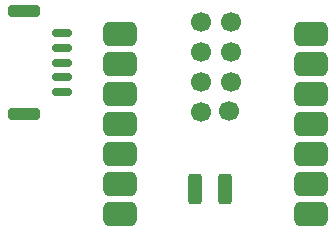
<source format=gbr>
%TF.GenerationSoftware,KiCad,Pcbnew,9.0.5*%
%TF.CreationDate,2025-11-15T15:45:14-05:00*%
%TF.ProjectId,CBU-Replacement-Daughterboard,4342552d-5265-4706-9c61-63656d656e74,rev?*%
%TF.SameCoordinates,Original*%
%TF.FileFunction,Soldermask,Top*%
%TF.FilePolarity,Negative*%
%FSLAX46Y46*%
G04 Gerber Fmt 4.6, Leading zero omitted, Abs format (unit mm)*
G04 Created by KiCad (PCBNEW 9.0.5) date 2025-11-15 15:45:14*
%MOMM*%
%LPD*%
G01*
G04 APERTURE LIST*
G04 Aperture macros list*
%AMRoundRect*
0 Rectangle with rounded corners*
0 $1 Rounding radius*
0 $2 $3 $4 $5 $6 $7 $8 $9 X,Y pos of 4 corners*
0 Add a 4 corners polygon primitive as box body*
4,1,4,$2,$3,$4,$5,$6,$7,$8,$9,$2,$3,0*
0 Add four circle primitives for the rounded corners*
1,1,$1+$1,$2,$3*
1,1,$1+$1,$4,$5*
1,1,$1+$1,$6,$7*
1,1,$1+$1,$8,$9*
0 Add four rect primitives between the rounded corners*
20,1,$1+$1,$2,$3,$4,$5,0*
20,1,$1+$1,$4,$5,$6,$7,0*
20,1,$1+$1,$6,$7,$8,$9,0*
20,1,$1+$1,$8,$9,$2,$3,0*%
G04 Aperture macros list end*
%ADD10RoundRect,0.250000X-1.100000X0.250000X-1.100000X-0.250000X1.100000X-0.250000X1.100000X0.250000X0*%
%ADD11RoundRect,0.150000X-0.700000X0.150000X-0.700000X-0.150000X0.700000X-0.150000X0.700000X0.150000X0*%
%ADD12RoundRect,0.525400X-0.900400X-0.525400X0.900400X-0.525400X0.900400X0.525400X-0.900400X0.525400X0*%
%ADD13RoundRect,0.300400X-0.300400X1.000400X-0.300400X-1.000400X0.300400X-1.000400X0.300400X1.000400X0*%
%ADD14C,1.700000*%
G04 APERTURE END LIST*
D10*
%TO.C,J1*%
X139350000Y-94250000D03*
X139350000Y-85550000D03*
D11*
X142550000Y-92400000D03*
X142550000Y-91150000D03*
X142550000Y-89900000D03*
X142550000Y-88650000D03*
X142550000Y-87400000D03*
%TD*%
D12*
%TO.C,U1*%
X147518400Y-87481500D03*
X147518400Y-90021500D03*
X147518400Y-92561500D03*
X147518400Y-95101500D03*
X147518400Y-97641500D03*
X147518400Y-100181500D03*
X147518400Y-102721500D03*
X163683400Y-102721500D03*
X163683400Y-100181500D03*
X163683400Y-97641500D03*
X163683400Y-95101500D03*
X163683400Y-92561500D03*
X163683400Y-90021500D03*
X163683400Y-87481500D03*
D13*
X153792000Y-100633200D03*
X156332000Y-100633200D03*
D14*
X154300000Y-86460000D03*
X156840000Y-86460000D03*
X154300000Y-89000000D03*
X156840000Y-89000000D03*
X154300000Y-91540000D03*
X156840000Y-91540000D03*
X154300000Y-94080000D03*
X156747400Y-94023200D03*
%TD*%
M02*

</source>
